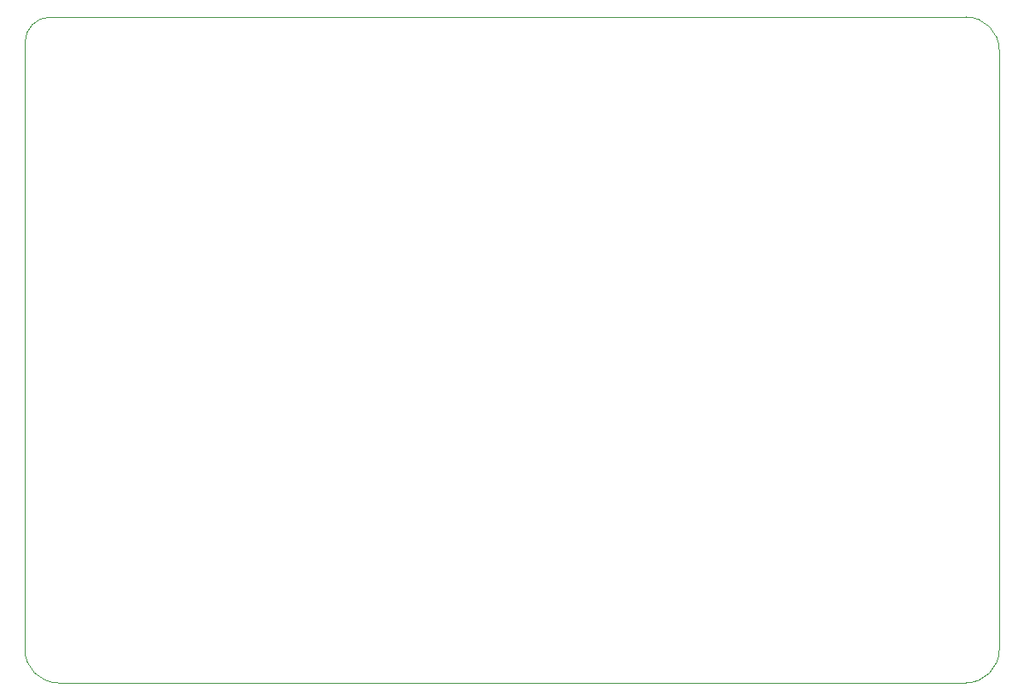
<source format=gm1>
G04 #@! TF.GenerationSoftware,KiCad,Pcbnew,7.0.7*
G04 #@! TF.CreationDate,2024-02-27T11:48:22-06:00*
G04 #@! TF.ProjectId,ControlBoard_Hardware,436f6e74-726f-46c4-926f-6172645f4861,rev?*
G04 #@! TF.SameCoordinates,Original*
G04 #@! TF.FileFunction,Profile,NP*
%FSLAX46Y46*%
G04 Gerber Fmt 4.6, Leading zero omitted, Abs format (unit mm)*
G04 Created by KiCad (PCBNEW 7.0.7) date 2024-02-27 11:48:22*
%MOMM*%
%LPD*%
G01*
G04 APERTURE LIST*
G04 #@! TA.AperFunction,Profile*
%ADD10C,0.100000*%
G04 #@! TD*
G04 APERTURE END LIST*
D10*
X213360000Y-98298000D02*
X213360000Y-38862000D01*
X116840000Y-38100000D02*
X116840000Y-98298000D01*
X210058000Y-35560000D02*
X119380000Y-35560000D01*
X213360000Y-38862000D02*
G75*
G03*
X210058000Y-35560000I-3302000J0D01*
G01*
X116840000Y-98298000D02*
G75*
G03*
X120142000Y-101600000I3302000J0D01*
G01*
X119380000Y-35560000D02*
G75*
G03*
X116840000Y-38100000I0J-2540000D01*
G01*
X210058000Y-101600000D02*
G75*
G03*
X213360000Y-98298000I0J3302000D01*
G01*
X120142000Y-101600000D02*
X210058000Y-101600000D01*
M02*

</source>
